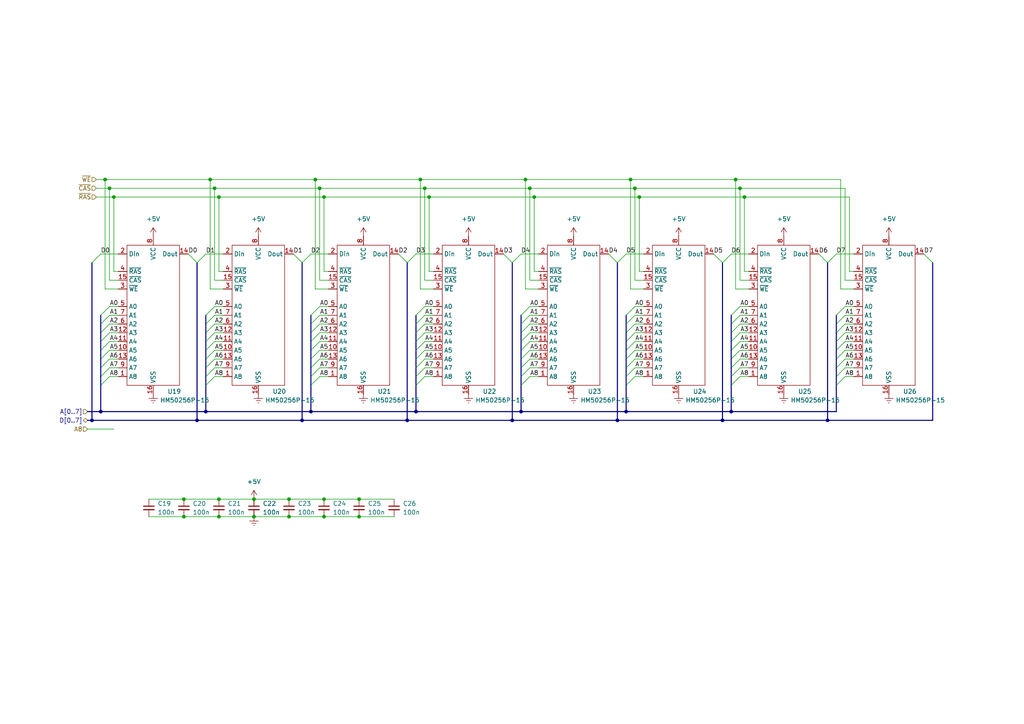
<source format=kicad_sch>
(kicad_sch (version 20250114) (generator "eeschema") (generator_version "9.0")
  (paper "A4")
  (lib_symbols
    (symbol "Device:C_Small" (pin_numbers (hide yes)) (pin_names (offset 0.254) (hide yes))
      (property "Reference" "C" (at 0.254 1.778 0))
      (property "Value" "C_Small" (at 0.254 -2.032 0))
      (symbol "C_Small_0_1"
        (polyline (pts (xy -1.524 0.508) (xy 1.524 0.508)) (stroke (width 0.3048)))
        (polyline (pts (xy -1.524 -0.508) (xy 1.524 -0.508)) (stroke (width 0.3302)))
      )
      (symbol "C_Small_1_1"
        (pin passive line (at 0 2.54 270) (length 2.032) (name "~") (number "1"))
        (pin passive line (at 0 -2.54 90) (length 2.032) (name "~") (number "2"))
      )
    )
    (symbol "Hitachi_Memory:HM50256P"
      (property "Reference" "U" (at 3.556 -22.098 0))
      (property "Value" "HM50256P" (at 0 0 90))
      (symbol "HM50256P_0_1"
        (rectangle (start -7.62 20.32) (end 7.62 -20.32))
      )
      (symbol "HM50256P_1_1"
        (pin input line (at -10.16 17.78 0) (length 2.54) (name "Din") (number "2"))
        (pin input line (at -10.16 12.7 0) (length 2.54) (name "~{RAS}") (number "4"))
        (pin input line (at -10.16 10.16 0) (length 2.54) (name "~{CAS}") (number "15"))
        (pin input line (at -10.16 7.62 0) (length 2.54) (name "~{WE}") (number "3"))
        (pin input line (at -10.16 2.54 0) (length 2.54) (name "A0") (number "5"))
        (pin input line (at -10.16 0 0) (length 2.54) (name "A1") (number "7"))
        (pin input line (at -10.16 -2.54 0) (length 2.54) (name "A2") (number "6"))
        (pin input line (at -10.16 -5.08 0) (length 2.54) (name "A3") (number "12"))
        (pin input line (at -10.16 -7.62 0) (length 2.54) (name "A4") (number "11"))
        (pin input line (at -10.16 -10.16 0) (length 2.54) (name "A5") (number "10"))
        (pin input line (at -10.16 -12.7 0) (length 2.54) (name "A6") (number "13"))
        (pin input line (at -10.16 -15.24 0) (length 2.54) (name "A7") (number "9"))
        (pin input line (at -10.16 -17.78 0) (length 2.54) (name "A8") (number "1"))
        (pin power_in line (at 0 22.86 270) (length 2.54) (name "VCC") (number "8"))
        (pin power_in line (at 0 -22.86 90) (length 2.54) (name "VSS") (number "16"))
        (pin output line (at 10.16 17.78 180) (length 2.54) (name "Dout") (number "14"))
      )
    )
    (symbol "power:+5V" (power) (pin_numbers (hide yes)) (pin_names (offset 0) (hide yes))
      (property "Value" "+5V" (at 0 3.556 0))
      (symbol "+5V_0_1"
        (polyline (pts (xy -0.762 1.27) (xy 0 2.54)))
        (polyline (pts (xy 0 2.54) (xy 0.762 1.27)))
        (polyline (pts (xy 0 0) (xy 0 2.54)))
      )
      (symbol "+5V_1_1"
        (pin power_in line (at 0 0 90) (length 0) (name "~") (number "1"))
      )
    )
    (symbol "power:GNDREF" (power) (pin_numbers (hide yes)) (pin_names (offset 0) (hide yes))
      (property "Value" "GNDREF" (at 0 -3.81 0))
      (symbol "GNDREF_0_1"
        (polyline (pts (xy -0.635 -1.905) (xy 0.635 -1.905)))
        (polyline (pts (xy -0.127 -2.54) (xy 0.127 -2.54)))
        (polyline (pts (xy 0 -1.27) (xy 0 0)))
        (polyline (pts (xy 1.27 -1.27) (xy -1.27 -1.27)))
      )
      (symbol "GNDREF_1_1"
        (pin power_in line (at 0 0 270) (length 0) (name "~") (number "1"))
      )
    )
  )
  (junction (at 124.46 57.15))
  (junction (at 214.63 54.61))
  (junction (at 215.9 57.15))
  (junction (at 151.13 119.38))
  (junction (at 60.96 52.07))
  (junction (at 33.02 57.15))
  (junction (at 185.42 57.15))
  (junction (at 83.82 144.78))
  (junction (at 91.44 52.07))
  (junction (at 118.11 121.92))
  (junction (at 179.07 121.92))
  (junction (at 213.36 52.07))
  (junction (at 53.34 149.86))
  (junction (at 104.14 149.86))
  (junction (at 90.17 119.38))
  (junction (at 209.55 121.92))
  (junction (at 73.66 149.86))
  (junction (at 152.4 52.07))
  (junction (at 182.88 52.07))
  (junction (at 93.98 144.78))
  (junction (at 154.94 57.15))
  (junction (at 26.67 121.92))
  (junction (at 184.15 54.61))
  (junction (at 30.48 52.07))
  (junction (at 29.21 119.38))
  (junction (at 83.82 149.86))
  (junction (at 73.66 144.78))
  (junction (at 63.5 149.86))
  (junction (at 153.67 54.61))
  (junction (at 53.34 144.78))
  (junction (at 104.14 144.78))
  (junction (at 148.59 121.92))
  (junction (at 59.69 119.38))
  (junction (at 240.03 121.92))
  (junction (at 63.5 57.15))
  (junction (at 62.23 54.61))
  (junction (at 93.98 149.86))
  (junction (at 92.71 54.61))
  (junction (at 31.75 54.61))
  (junction (at 120.65 119.38))
  (junction (at 93.98 57.15))
  (junction (at 87.63 121.92))
  (junction (at 121.92 52.07))
  (junction (at 57.15 121.92))
  (junction (at 123.19 54.61))
  (junction (at 212.09 119.38))
  (junction (at 63.5 144.78))
  (junction (at 181.61 119.38))
  (bus_entry (at 153.67 106.68) (size -2.54 2.54))
  (bus_entry (at 151.13 73.66) (size -2.54 2.54))
  (bus_entry (at 184.15 91.44) (size -2.54 2.54))
  (bus_entry (at 62.23 109.22) (size -2.54 2.54))
  (bus_entry (at 31.75 109.22) (size -2.54 2.54))
  (bus_entry (at 214.63 93.98) (size -2.54 2.54))
  (bus_entry (at 184.15 101.6) (size -2.54 2.54))
  (bus_entry (at 242.57 73.66) (size -2.54 2.54))
  (bus_entry (at 153.67 101.6) (size -2.54 2.54))
  (bus_entry (at 62.23 106.68) (size -2.54 2.54))
  (bus_entry (at 62.23 101.6) (size -2.54 2.54))
  (bus_entry (at 62.23 91.44) (size -2.54 2.54))
  (bus_entry (at 115.57 73.66) (size 2.54 2.54))
  (bus_entry (at 245.11 96.52) (size -2.54 2.54))
  (bus_entry (at 153.67 104.14) (size -2.54 2.54))
  (bus_entry (at 153.67 99.06) (size -2.54 2.54))
  (bus_entry (at 245.11 88.9) (size -2.54 2.54))
  (bus_entry (at 29.21 73.66) (size -2.54 2.54))
  (bus_entry (at 31.75 99.06) (size -2.54 2.54))
  (bus_entry (at 245.11 106.68) (size -2.54 2.54))
  (bus_entry (at 146.05 73.66) (size 2.54 2.54))
  (bus_entry (at 31.75 88.9) (size -2.54 2.54))
  (bus_entry (at 153.67 96.52) (size -2.54 2.54))
  (bus_entry (at 214.63 106.68) (size -2.54 2.54))
  (bus_entry (at 123.19 99.06) (size -2.54 2.54))
  (bus_entry (at 245.11 93.98) (size -2.54 2.54))
  (bus_entry (at 62.23 88.9) (size -2.54 2.54))
  (bus_entry (at 214.63 104.14) (size -2.54 2.54))
  (bus_entry (at 245.11 109.22) (size -2.54 2.54))
  (bus_entry (at 214.63 96.52) (size -2.54 2.54))
  (bus_entry (at 184.15 99.06) (size -2.54 2.54))
  (bus_entry (at 153.67 109.22) (size -2.54 2.54))
  (bus_entry (at 31.75 104.14) (size -2.54 2.54))
  (bus_entry (at 92.71 106.68) (size -2.54 2.54))
  (bus_entry (at 123.19 93.98) (size -2.54 2.54))
  (bus_entry (at 62.23 99.06) (size -2.54 2.54))
  (bus_entry (at 214.63 88.9) (size -2.54 2.54))
  (bus_entry (at 214.63 99.06) (size -2.54 2.54))
  (bus_entry (at 62.23 93.98) (size -2.54 2.54))
  (bus_entry (at 245.11 91.44) (size -2.54 2.54))
  (bus_entry (at 62.23 96.52) (size -2.54 2.54))
  (bus_entry (at 153.67 93.98) (size -2.54 2.54))
  (bus_entry (at 123.19 106.68) (size -2.54 2.54))
  (bus_entry (at 123.19 109.22) (size -2.54 2.54))
  (bus_entry (at 90.17 73.66) (size -2.54 2.54))
  (bus_entry (at 123.19 104.14) (size -2.54 2.54))
  (bus_entry (at 184.15 104.14) (size -2.54 2.54))
  (bus_entry (at 31.75 106.68) (size -2.54 2.54))
  (bus_entry (at 184.15 88.9) (size -2.54 2.54))
  (bus_entry (at 92.71 93.98) (size -2.54 2.54))
  (bus_entry (at 92.71 99.06) (size -2.54 2.54))
  (bus_entry (at 59.69 73.66) (size -2.54 2.54))
  (bus_entry (at 123.19 96.52) (size -2.54 2.54))
  (bus_entry (at 92.71 96.52) (size -2.54 2.54))
  (bus_entry (at 31.75 93.98) (size -2.54 2.54))
  (bus_entry (at 181.61 73.66) (size -2.54 2.54))
  (bus_entry (at 92.71 91.44) (size -2.54 2.54))
  (bus_entry (at 123.19 88.9) (size -2.54 2.54))
  (bus_entry (at 92.71 101.6) (size -2.54 2.54))
  (bus_entry (at 92.71 109.22) (size -2.54 2.54))
  (bus_entry (at 267.97 73.66) (size 2.54 2.54))
  (bus_entry (at 184.15 96.52) (size -2.54 2.54))
  (bus_entry (at 153.67 88.9) (size -2.54 2.54))
  (bus_entry (at 237.49 73.66) (size 2.54 2.54))
  (bus_entry (at 184.15 109.22) (size -2.54 2.54))
  (bus_entry (at 92.71 88.9) (size -2.54 2.54))
  (bus_entry (at 245.11 101.6) (size -2.54 2.54))
  (bus_entry (at 214.63 91.44) (size -2.54 2.54))
  (bus_entry (at 123.19 91.44) (size -2.54 2.54))
  (bus_entry (at 153.67 91.44) (size -2.54 2.54))
  (bus_entry (at 245.11 104.14) (size -2.54 2.54))
  (bus_entry (at 123.19 101.6) (size -2.54 2.54))
  (bus_entry (at 176.53 73.66) (size 2.54 2.54))
  (bus_entry (at 207.01 73.66) (size 2.54 2.54))
  (bus_entry (at 214.63 109.22) (size -2.54 2.54))
  (bus_entry (at 184.15 106.68) (size -2.54 2.54))
  (bus_entry (at 85.09 73.66) (size 2.54 2.54))
  (bus_entry (at 245.11 99.06) (size -2.54 2.54))
  (bus_entry (at 92.71 104.14) (size -2.54 2.54))
  (bus_entry (at 62.23 104.14) (size -2.54 2.54))
  (bus_entry (at 31.75 101.6) (size -2.54 2.54))
  (bus_entry (at 31.75 96.52) (size -2.54 2.54))
  (bus_entry (at 212.09 73.66) (size -2.54 2.54))
  (bus_entry (at 31.75 91.44) (size -2.54 2.54))
  (bus_entry (at 120.65 73.66) (size -2.54 2.54))
  (bus_entry (at 214.63 101.6) (size -2.54 2.54))
  (bus_entry (at 54.61 73.66) (size 2.54 2.54))
  (bus_entry (at 184.15 93.98) (size -2.54 2.54))
  (wire (pts (xy 124.46 57.15) (xy 154.94 57.15)))
  (wire (pts (xy 152.4 52.07) (xy 152.4 83.82)))
  (bus (pts (xy 181.61 111.76) (xy 181.61 119.38)))
  (wire (pts (xy 33.02 57.15) (xy 33.02 78.74)))
  (wire (pts (xy 184.15 93.98) (xy 186.69 93.98)))
  (bus (pts (xy 181.61 106.68) (xy 181.61 109.22)))
  (wire (pts (xy 243.84 52.07) (xy 243.84 83.82)))
  (wire (pts (xy 31.75 96.52) (xy 34.29 96.52)))
  (wire (pts (xy 125.73 78.74) (xy 124.46 78.74)))
  (wire (pts (xy 95.25 83.82) (xy 91.44 83.82)))
  (bus (pts (xy 242.57 101.6) (xy 242.57 104.14)))
  (wire (pts (xy 185.42 57.15) (xy 215.9 57.15)))
  (bus (pts (xy 25.4 121.92) (xy 26.67 121.92)))
  (wire (pts (xy 154.94 57.15) (xy 185.42 57.15)))
  (wire (pts (xy 123.19 101.6) (xy 125.73 101.6)))
  (wire (pts (xy 184.15 99.06) (xy 186.69 99.06)))
  (bus (pts (xy 90.17 91.44) (xy 90.17 93.98)))
  (bus (pts (xy 120.65 99.06) (xy 120.65 101.6)))
  (wire (pts (xy 214.63 54.61) (xy 214.63 81.28)))
  (wire (pts (xy 34.29 78.74) (xy 33.02 78.74)))
  (wire (pts (xy 62.23 54.61) (xy 92.71 54.61)))
  (bus (pts (xy 57.15 76.2) (xy 57.15 121.92)))
  (wire (pts (xy 246.38 57.15) (xy 246.38 78.74)))
  (bus (pts (xy 209.55 121.92) (xy 240.03 121.92)))
  (wire (pts (xy 242.57 73.66) (xy 247.65 73.66)))
  (wire (pts (xy 62.23 88.9) (xy 64.77 88.9)))
  (wire (pts (xy 214.63 109.22) (xy 217.17 109.22)))
  (wire (pts (xy 92.71 91.44) (xy 95.25 91.44)))
  (bus (pts (xy 26.67 121.92) (xy 57.15 121.92)))
  (wire (pts (xy 153.67 106.68) (xy 156.21 106.68)))
  (bus (pts (xy 181.61 109.22) (xy 181.61 111.76)))
  (wire (pts (xy 63.5 144.78) (xy 73.66 144.78)))
  (wire (pts (xy 186.69 81.28) (xy 184.15 81.28)))
  (wire (pts (xy 33.02 57.15) (xy 63.5 57.15)))
  (bus (pts (xy 90.17 111.76) (xy 90.17 119.38)))
  (wire (pts (xy 245.11 88.9) (xy 247.65 88.9)))
  (wire (pts (xy 156.21 81.28) (xy 153.67 81.28)))
  (bus (pts (xy 148.59 76.2) (xy 148.59 121.92)))
  (wire (pts (xy 63.5 57.15) (xy 93.98 57.15)))
  (wire (pts (xy 123.19 99.06) (xy 125.73 99.06)))
  (bus (pts (xy 59.69 99.06) (xy 59.69 101.6)))
  (wire (pts (xy 92.71 96.52) (xy 95.25 96.52)))
  (wire (pts (xy 121.92 52.07) (xy 152.4 52.07)))
  (wire (pts (xy 213.36 52.07) (xy 213.36 83.82)))
  (bus (pts (xy 120.65 119.38) (xy 151.13 119.38)))
  (wire (pts (xy 215.9 57.15) (xy 246.38 57.15)))
  (bus (pts (xy 59.69 91.44) (xy 59.69 93.98)))
  (wire (pts (xy 73.66 144.78) (xy 83.82 144.78)))
  (bus (pts (xy 181.61 104.14) (xy 181.61 106.68)))
  (bus (pts (xy 151.13 93.98) (xy 151.13 96.52)))
  (wire (pts (xy 31.75 91.44) (xy 34.29 91.44)))
  (bus (pts (xy 90.17 99.06) (xy 90.17 101.6)))
  (bus (pts (xy 29.21 109.22) (xy 29.21 111.76)))
  (wire (pts (xy 217.17 81.28) (xy 214.63 81.28)))
  (bus (pts (xy 151.13 109.22) (xy 151.13 111.76)))
  (wire (pts (xy 31.75 101.6) (xy 34.29 101.6)))
  (wire (pts (xy 90.17 73.66) (xy 95.25 73.66)))
  (wire (pts (xy 245.11 91.44) (xy 247.65 91.44)))
  (bus (pts (xy 151.13 111.76) (xy 151.13 119.38)))
  (bus (pts (xy 29.21 101.6) (xy 29.21 104.14)))
  (bus (pts (xy 120.65 101.6) (xy 120.65 104.14)))
  (wire (pts (xy 245.11 101.6) (xy 247.65 101.6)))
  (wire (pts (xy 245.11 99.06) (xy 247.65 99.06)))
  (wire (pts (xy 92.71 109.22) (xy 95.25 109.22)))
  (wire (pts (xy 62.23 96.52) (xy 64.77 96.52)))
  (wire (pts (xy 92.71 54.61) (xy 123.19 54.61)))
  (wire (pts (xy 212.09 73.66) (xy 217.17 73.66)))
  (wire (pts (xy 95.25 81.28) (xy 92.71 81.28)))
  (wire (pts (xy 153.67 93.98) (xy 156.21 93.98)))
  (bus (pts (xy 181.61 101.6) (xy 181.61 104.14)))
  (wire (pts (xy 186.69 78.74) (xy 185.42 78.74)))
  (bus (pts (xy 25.4 119.38) (xy 29.21 119.38)))
  (wire (pts (xy 184.15 91.44) (xy 186.69 91.44)))
  (bus (pts (xy 59.69 101.6) (xy 59.69 104.14)))
  (wire (pts (xy 123.19 91.44) (xy 125.73 91.44)))
  (wire (pts (xy 104.14 144.78) (xy 114.3 144.78)))
  (wire (pts (xy 53.34 149.86) (xy 63.5 149.86)))
  (wire (pts (xy 214.63 106.68) (xy 217.17 106.68)))
  (wire (pts (xy 123.19 54.61) (xy 153.67 54.61)))
  (wire (pts (xy 214.63 99.06) (xy 217.17 99.06)))
  (bus (pts (xy 90.17 96.52) (xy 90.17 99.06)))
  (bus (pts (xy 120.65 93.98) (xy 120.65 96.52)))
  (bus (pts (xy 181.61 93.98) (xy 181.61 96.52)))
  (bus (pts (xy 87.63 121.92) (xy 118.11 121.92)))
  (wire (pts (xy 93.98 57.15) (xy 124.46 57.15)))
  (wire (pts (xy 153.67 104.14) (xy 156.21 104.14)))
  (wire (pts (xy 34.29 83.82) (xy 30.48 83.82)))
  (wire (pts (xy 123.19 96.52) (xy 125.73 96.52)))
  (wire (pts (xy 247.65 78.74) (xy 246.38 78.74)))
  (bus (pts (xy 151.13 119.38) (xy 181.61 119.38)))
  (wire (pts (xy 123.19 106.68) (xy 125.73 106.68)))
  (wire (pts (xy 31.75 109.22) (xy 34.29 109.22)))
  (wire (pts (xy 153.67 88.9) (xy 156.21 88.9)))
  (bus (pts (xy 29.21 91.44) (xy 29.21 93.98)))
  (bus (pts (xy 148.59 121.92) (xy 179.07 121.92)))
  (bus (pts (xy 242.57 106.68) (xy 242.57 109.22)))
  (bus (pts (xy 151.13 101.6) (xy 151.13 104.14)))
  (wire (pts (xy 123.19 54.61) (xy 123.19 81.28)))
  (bus (pts (xy 151.13 91.44) (xy 151.13 93.98)))
  (wire (pts (xy 64.77 78.74) (xy 63.5 78.74)))
  (wire (pts (xy 154.94 57.15) (xy 154.94 78.74)))
  (bus (pts (xy 90.17 101.6) (xy 90.17 104.14)))
  (wire (pts (xy 184.15 109.22) (xy 186.69 109.22)))
  (bus (pts (xy 59.69 109.22) (xy 59.69 111.76)))
  (bus (pts (xy 59.69 96.52) (xy 59.69 99.06)))
  (bus (pts (xy 242.57 96.52) (xy 242.57 99.06)))
  (wire (pts (xy 83.82 144.78) (xy 93.98 144.78)))
  (wire (pts (xy 120.65 73.66) (xy 125.73 73.66)))
  (wire (pts (xy 34.29 81.28) (xy 31.75 81.28)))
  (bus (pts (xy 120.65 109.22) (xy 120.65 111.76)))
  (wire (pts (xy 83.82 149.86) (xy 93.98 149.86)))
  (bus (pts (xy 151.13 96.52) (xy 151.13 99.06)))
  (wire (pts (xy 156.21 83.82) (xy 152.4 83.82)))
  (wire (pts (xy 217.17 83.82) (xy 213.36 83.82)))
  (wire (pts (xy 214.63 88.9) (xy 217.17 88.9)))
  (bus (pts (xy 242.57 99.06) (xy 242.57 101.6)))
  (wire (pts (xy 31.75 88.9) (xy 34.29 88.9)))
  (wire (pts (xy 27.94 54.61) (xy 31.75 54.61)))
  (wire (pts (xy 214.63 54.61) (xy 245.11 54.61)))
  (wire (pts (xy 214.63 91.44) (xy 217.17 91.44)))
  (bus (pts (xy 151.13 99.06) (xy 151.13 101.6)))
  (wire (pts (xy 184.15 88.9) (xy 186.69 88.9)))
  (bus (pts (xy 59.69 111.76) (xy 59.69 119.38)))
  (wire (pts (xy 214.63 93.98) (xy 217.17 93.98)))
  (wire (pts (xy 153.67 54.61) (xy 184.15 54.61)))
  (wire (pts (xy 214.63 104.14) (xy 217.17 104.14)))
  (bus (pts (xy 57.15 121.92) (xy 87.63 121.92)))
  (bus (pts (xy 270.51 76.2) (xy 270.51 121.92)))
  (wire (pts (xy 123.19 109.22) (xy 125.73 109.22)))
  (wire (pts (xy 93.98 144.78) (xy 104.14 144.78)))
  (wire (pts (xy 91.44 52.07) (xy 121.92 52.07)))
  (bus (pts (xy 181.61 96.52) (xy 181.61 99.06)))
  (bus (pts (xy 209.55 76.2) (xy 209.55 121.92)))
  (bus (pts (xy 29.21 104.14) (xy 29.21 106.68)))
  (wire (pts (xy 31.75 99.06) (xy 34.29 99.06)))
  (wire (pts (xy 62.23 106.68) (xy 64.77 106.68)))
  (wire (pts (xy 124.46 57.15) (xy 124.46 78.74)))
  (wire (pts (xy 92.71 93.98) (xy 95.25 93.98)))
  (wire (pts (xy 31.75 54.61) (xy 31.75 81.28)))
  (wire (pts (xy 121.92 52.07) (xy 121.92 83.82)))
  (wire (pts (xy 153.67 99.06) (xy 156.21 99.06)))
  (wire (pts (xy 184.15 54.61) (xy 214.63 54.61)))
  (wire (pts (xy 92.71 88.9) (xy 95.25 88.9)))
  (wire (pts (xy 181.61 73.66) (xy 186.69 73.66)))
  (bus (pts (xy 242.57 109.22) (xy 242.57 111.76)))
  (bus (pts (xy 240.03 121.92) (xy 270.51 121.92)))
  (wire (pts (xy 247.65 83.82) (xy 243.84 83.82)))
  (wire (pts (xy 31.75 93.98) (xy 34.29 93.98)))
  (bus (pts (xy 59.69 93.98) (xy 59.69 96.52)))
  (wire (pts (xy 245.11 106.68) (xy 247.65 106.68)))
  (wire (pts (xy 247.65 81.28) (xy 245.11 81.28)))
  (bus (pts (xy 179.07 121.92) (xy 209.55 121.92)))
  (bus (pts (xy 29.21 111.76) (xy 29.21 119.38)))
  (bus (pts (xy 29.21 119.38) (xy 59.69 119.38)))
  (wire (pts (xy 92.71 104.14) (xy 95.25 104.14)))
  (bus (pts (xy 90.17 109.22) (xy 90.17 111.76)))
  (wire (pts (xy 62.23 104.14) (xy 64.77 104.14)))
  (bus (pts (xy 242.57 104.14) (xy 242.57 106.68)))
  (bus (pts (xy 29.21 106.68) (xy 29.21 109.22)))
  (wire (pts (xy 213.36 52.07) (xy 243.84 52.07)))
  (wire (pts (xy 152.4 52.07) (xy 182.88 52.07)))
  (wire (pts (xy 92.71 99.06) (xy 95.25 99.06)))
  (wire (pts (xy 62.23 109.22) (xy 64.77 109.22)))
  (wire (pts (xy 245.11 109.22) (xy 247.65 109.22)))
  (wire (pts (xy 184.15 101.6) (xy 186.69 101.6)))
  (wire (pts (xy 125.73 83.82) (xy 121.92 83.82)))
  (wire (pts (xy 27.94 52.07) (xy 30.48 52.07)))
  (wire (pts (xy 92.71 106.68) (xy 95.25 106.68)))
  (wire (pts (xy 31.75 104.14) (xy 34.29 104.14)))
  (wire (pts (xy 62.23 99.06) (xy 64.77 99.06)))
  (bus (pts (xy 212.09 104.14) (xy 212.09 106.68)))
  (wire (pts (xy 151.13 73.66) (xy 156.21 73.66)))
  (wire (pts (xy 43.18 149.86) (xy 53.34 149.86)))
  (bus (pts (xy 181.61 99.06) (xy 181.61 101.6)))
  (wire (pts (xy 184.15 96.52) (xy 186.69 96.52)))
  (bus (pts (xy 120.65 96.52) (xy 120.65 99.06)))
  (wire (pts (xy 182.88 52.07) (xy 182.88 83.82)))
  (bus (pts (xy 242.57 111.76) (xy 242.57 119.38)))
  (bus (pts (xy 181.61 91.44) (xy 181.61 93.98)))
  (bus (pts (xy 212.09 106.68) (xy 212.09 109.22)))
  (bus (pts (xy 212.09 119.38) (xy 242.57 119.38)))
  (wire (pts (xy 125.73 81.28) (xy 123.19 81.28)))
  (bus (pts (xy 90.17 93.98) (xy 90.17 96.52)))
  (bus (pts (xy 118.11 76.2) (xy 118.11 121.92)))
  (wire (pts (xy 123.19 93.98) (xy 125.73 93.98)))
  (bus (pts (xy 151.13 106.68) (xy 151.13 109.22)))
  (bus (pts (xy 26.67 76.2) (xy 26.67 121.92)))
  (bus (pts (xy 212.09 99.06) (xy 212.09 101.6)))
  (bus (pts (xy 212.09 109.22) (xy 212.09 111.76)))
  (wire (pts (xy 62.23 91.44) (xy 64.77 91.44)))
  (bus (pts (xy 179.07 76.2) (xy 179.07 121.92)))
  (wire (pts (xy 153.67 54.61) (xy 153.67 81.28)))
  (bus (pts (xy 242.57 91.44) (xy 242.57 93.98)))
  (bus (pts (xy 212.09 91.44) (xy 212.09 93.98)))
  (bus (pts (xy 212.09 111.76) (xy 212.09 119.38)))
  (wire (pts (xy 156.21 78.74) (xy 154.94 78.74)))
  (wire (pts (xy 29.21 73.66) (xy 34.29 73.66)))
  (bus (pts (xy 151.13 104.14) (xy 151.13 106.68)))
  (wire (pts (xy 30.48 52.07) (xy 60.96 52.07)))
  (bus (pts (xy 212.09 96.52) (xy 212.09 99.06)))
  (wire (pts (xy 185.42 57.15) (xy 185.42 78.74)))
  (wire (pts (xy 62.23 101.6) (xy 64.77 101.6)))
  (wire (pts (xy 186.69 83.82) (xy 182.88 83.82)))
  (bus (pts (xy 59.69 119.38) (xy 90.17 119.38)))
  (wire (pts (xy 60.96 52.07) (xy 60.96 83.82)))
  (bus (pts (xy 90.17 119.38) (xy 120.65 119.38)))
  (wire (pts (xy 93.98 149.86) (xy 104.14 149.86)))
  (wire (pts (xy 123.19 104.14) (xy 125.73 104.14)))
  (wire (pts (xy 184.15 104.14) (xy 186.69 104.14)))
  (wire (pts (xy 153.67 96.52) (xy 156.21 96.52)))
  (bus (pts (xy 242.57 93.98) (xy 242.57 96.52)))
  (wire (pts (xy 153.67 101.6) (xy 156.21 101.6)))
  (wire (pts (xy 245.11 96.52) (xy 247.65 96.52)))
  (wire (pts (xy 31.75 106.68) (xy 34.29 106.68)))
  (wire (pts (xy 60.96 52.07) (xy 91.44 52.07)))
  (bus (pts (xy 90.17 106.68) (xy 90.17 109.22)))
  (bus (pts (xy 120.65 106.68) (xy 120.65 109.22)))
  (bus (pts (xy 29.21 93.98) (xy 29.21 96.52)))
  (wire (pts (xy 91.44 52.07) (xy 91.44 83.82)))
  (bus (pts (xy 90.17 104.14) (xy 90.17 106.68)))
  (wire (pts (xy 95.25 78.74) (xy 93.98 78.74)))
  (wire (pts (xy 182.88 52.07) (xy 213.36 52.07)))
  (bus (pts (xy 212.09 93.98) (xy 212.09 96.52)))
  (bus (pts (xy 120.65 104.14) (xy 120.65 106.68)))
  (wire (pts (xy 184.15 106.68) (xy 186.69 106.68)))
  (wire (pts (xy 63.5 57.15) (xy 63.5 78.74)))
  (wire (pts (xy 62.23 93.98) (xy 64.77 93.98)))
  (wire (pts (xy 214.63 96.52) (xy 217.17 96.52)))
  (bus (pts (xy 120.65 111.76) (xy 120.65 119.38)))
  (wire (pts (xy 215.9 57.15) (xy 215.9 78.74)))
  (bus (pts (xy 29.21 99.06) (xy 29.21 101.6)))
  (wire (pts (xy 64.77 83.82) (xy 60.96 83.82)))
  (wire (pts (xy 245.11 54.61) (xy 245.11 81.28)))
  (wire (pts (xy 43.18 144.78) (xy 53.34 144.78)))
  (wire (pts (xy 245.11 104.14) (xy 247.65 104.14)))
  (wire (pts (xy 93.98 57.15) (xy 93.98 78.74)))
  (wire (pts (xy 64.77 81.28) (xy 62.23 81.28)))
  (wire (pts (xy 92.71 54.61) (xy 92.71 81.28)))
  (bus (pts (xy 59.69 104.14) (xy 59.69 106.68)))
  (wire (pts (xy 30.48 52.07) (xy 30.48 83.82)))
  (wire (pts (xy 25.4 124.46) (xy 33.02 124.46)))
  (bus (pts (xy 240.03 76.2) (xy 240.03 121.92)))
  (bus (pts (xy 87.63 76.2) (xy 87.63 121.92)))
  (bus (pts (xy 181.61 119.38) (xy 212.09 119.38)))
  (wire (pts (xy 245.11 93.98) (xy 247.65 93.98)))
  (bus (pts (xy 29.21 96.52) (xy 29.21 99.06)))
  (wire (pts (xy 153.67 91.44) (xy 156.21 91.44)))
  (wire (pts (xy 62.23 54.61) (xy 62.23 81.28)))
  (wire (pts (xy 53.34 144.78) (xy 63.5 144.78)))
  (wire (pts (xy 59.69 73.66) (xy 64.77 73.66)))
  (wire (pts (xy 31.75 54.61) (xy 62.23 54.61)))
  (wire (pts (xy 73.66 149.86) (xy 83.82 149.86)))
  (wire (pts (xy 63.5 149.86) (xy 73.66 149.86)))
  (bus (pts (xy 59.69 106.68) (xy 59.69 109.22)))
  (wire (pts (xy 153.67 109.22) (xy 156.21 109.22)))
  (wire (pts (xy 27.94 57.15) (xy 33.02 57.15)))
  (wire (pts (xy 123.19 88.9) (xy 125.73 88.9)))
  (wire (pts (xy 104.14 149.86) (xy 114.3 149.86)))
  (wire (pts (xy 92.71 101.6) (xy 95.25 101.6)))
  (wire (pts (xy 214.63 101.6) (xy 217.17 101.6)))
  (wire (pts (xy 184.15 54.61) (xy 184.15 81.28)))
  (bus (pts (xy 212.09 101.6) (xy 212.09 104.14)))
  (bus (pts (xy 120.65 91.44) (xy 120.65 93.98)))
  (bus (pts (xy 118.11 121.92) (xy 148.59 121.92)))
  (wire (pts (xy 217.17 78.74) (xy 215.9 78.74)))
  (label "A0" (at 247.65 88.9 180))
  (label "A6" (at 34.29 104.14 180))
  (label "A3" (at 217.17 96.52 180))
  (label "A4" (at 186.69 99.06 180))
  (label "A7" (at 186.69 106.68 180))
  (label "D4" (at 176.53 73.66 0))
  (label "A4" (at 247.65 99.06 180))
  (label "A8" (at 217.17 109.22 180))
  (label "A5" (at 247.65 101.6 180))
  (label "A0" (at 95.25 88.9 180))
  (label "A3" (at 156.21 96.52 180))
  (label "A6" (at 95.25 104.14 180))
  (label "A7" (at 64.77 106.68 180))
  (label "A8" (at 125.73 109.22 180))
  (label "D7" (at 267.97 73.66 0))
  (label "A5" (at 217.17 101.6 180))
  (label "D0" (at 54.61 73.66 0))
  (label "A2" (at 125.73 93.98 180))
  (label "D3" (at 120.65 73.66 0))
  (label "A1" (at 156.21 91.44 180))
  (label "A8" (at 64.77 109.22 180))
  (label "A6" (at 125.73 104.14 180))
  (label "A6" (at 64.77 104.14 180))
  (label "A2" (at 156.21 93.98 180))
  (label "A6" (at 186.69 104.14 180))
  (label "A8" (at 34.29 109.22 180))
  (label "A2" (at 247.65 93.98 180))
  (label "A5" (at 34.29 101.6 180))
  (label "A5" (at 156.21 101.6 180))
  (label "D6" (at 237.49 73.66 0))
  (label "D3" (at 146.05 73.66 0))
  (label "A5" (at 186.69 101.6 180))
  (label "A0" (at 186.69 88.9 180))
  (label "A5" (at 95.25 101.6 180))
  (label "A1" (at 217.17 91.44 180))
  (label "A2" (at 34.29 93.98 180))
  (label "A6" (at 156.21 104.14 180))
  (label "A0" (at 64.77 88.9 180))
  (label "A5" (at 64.77 101.6 180))
  (label "A5" (at 125.73 101.6 180))
  (label "D6" (at 212.09 73.66 0))
  (label "A4" (at 34.29 99.06 180))
  (label "A8" (at 95.25 109.22 180))
  (label "A7" (at 156.21 106.68 180))
  (label "A3" (at 247.65 96.52 180))
  (label "D0" (at 29.21 73.66 0))
  (label "A4" (at 64.77 99.06 180))
  (label "A3" (at 186.69 96.52 180))
  (label "A1" (at 186.69 91.44 180))
  (label "D4" (at 151.13 73.66 0))
  (label "D2" (at 90.17 73.66 0))
  (label "A3" (at 34.29 96.52 180))
  (label "A1" (at 64.77 91.44 180))
  (label "A7" (at 95.25 106.68 180))
  (label "A6" (at 247.65 104.14 180))
  (label "A7" (at 125.73 106.68 180))
  (label "A8" (at 156.21 109.22 180))
  (label "A7" (at 217.17 106.68 180))
  (label "A4" (at 95.25 99.06 180))
  (label "A1" (at 95.25 91.44 180))
  (label "A0" (at 34.29 88.9 180))
  (label "A2" (at 186.69 93.98 180))
  (label "A8" (at 186.69 109.22 180))
  (label "A2" (at 95.25 93.98 180))
  (label "A4" (at 217.17 99.06 180))
  (label "A3" (at 95.25 96.52 180))
  (label "A1" (at 34.29 91.44 180))
  (label "A4" (at 156.21 99.06 180))
  (label "A0" (at 217.17 88.9 180))
  (label "A2" (at 64.77 93.98 180))
  (label "A0" (at 125.73 88.9 180))
  (label "D1" (at 85.09 73.66 0))
  (label "A0" (at 156.21 88.9 180))
  (label "A2" (at 217.17 93.98 180))
  (label "A1" (at 247.65 91.44 180))
  (label "A6" (at 217.17 104.14 180))
  (label "A4" (at 125.73 99.06 180))
  (label "D1" (at 59.69 73.66 0))
  (label "A3" (at 64.77 96.52 180))
  (label "A8" (at 247.65 109.22 180))
  (label "A1" (at 125.73 91.44 180))
  (label "D7" (at 242.57 73.66 0))
  (label "D5" (at 181.61 73.66 0))
  (label "A7" (at 34.29 106.68 180))
  (label "A7" (at 247.65 106.68 180))
  (label "D2" (at 115.57 73.66 0))
  (label "D5" (at 207.01 73.66 0))
  (label "A3" (at 125.73 96.52 180))
  (hierarchical_label "D[0..7]" (shape bidirectional) (at 25.4 121.92 180))
  (hierarchical_label "A[0..7]" (shape input) (at 25.4 119.38 180))
  (hierarchical_label "A8" (shape input) (at 25.4 124.46 180))
  (hierarchical_label "~{RAS}" (shape input) (at 27.94 57.15 180))
  (hierarchical_label "~{CAS}" (shape input) (at 27.94 54.61 180))
  (hierarchical_label "~{WE}" (shape input) (at 27.94 52.07 180))
  (symbol (lib_id "Hitachi_Memory:HM50256P") (at 166.37 91.44 0) (unit 1)
    (property "Reference" "U15" (at 172.466 113.538 0))
    (property "Value" "HM50256P-15" (at 175.514 116.078 0))
    (property "Footprint" "Package_DIP:DIP-16_W7.62mm_Socket" (effects (hide yes)))
    (instances (project "NinthWave512K" (path "" (reference "U23") (unit 1)) (path "" (reference "U15") (unit 1))))
  )
  (symbol (lib_id "power:+5V") (at 74.93 68.58 0) (unit 1)
    (property "Reference" "#PWR046" (effects (hide yes)))
    (property "Value" "+5V" (at 74.93 63.5 0))
    (property "Description" "Power symbol creates a global label with name \"+5V\"" (effects (hide yes)))
    (instances (project "NinthWave512K" (path "" (reference "#PWR047") (unit 1)) (path "" (reference "#PWR046") (unit 1))))
  )
  (symbol (lib_id "Hitachi_Memory:HM50256P") (at 44.45 91.44 0) (unit 1)
    (property "Reference" "U11" (at 50.546 113.538 0))
    (property "Value" "HM50256P-15" (at 53.594 116.078 0))
    (property "Footprint" "Package_DIP:DIP-16_W7.62mm_Socket" (effects (hide yes)))
    (instances (project "NinthWave512K" (path "" (reference "U19") (unit 1)) (path "" (reference "U11") (unit 1))))
  )
  (symbol (lib_id "Device:C_Small") (at 83.82 147.32 0) (unit 1)
    (property "Reference" "C15" (at 86.36 146.0562 0) (effects (justify left)))
    (property "Value" "100n" (at 86.36 148.5962 0) (effects (justify left)))
    (property "Footprint" "Capacitor_THT:C_Disc_D4.3mm_W1.9mm_P5.00mm" (effects (hide yes)))
    (property "Description" "Unpolarized capacitor, small symbol" (effects (hide yes)))
    (instances (project "NinthWave512K" (path "" (reference "C23") (unit 1)) (path "" (reference "C15") (unit 1))))
  )
  (symbol (lib_id "power:+5V") (at 44.45 68.58 0) (unit 1)
    (property "Reference" "#PWR044" (effects (hide yes)))
    (property "Value" "+5V" (at 44.45 63.5 0))
    (property "Description" "Power symbol creates a global label with name \"+5V\"" (effects (hide yes)))
    (instances (project "NinthWave512K" (path "" (reference "#PWR045") (unit 1)) (path "" (reference "#PWR044") (unit 1))))
  )
  (symbol (lib_id "power:GNDREF") (at 73.66 149.86 0) (unit 1)
    (property "Reference" "#PWR026" (effects (hide yes)))
    (property "Value" "GNDREF" (effects (hide yes)))
    (property "Description" "Power symbol creates a global label with name \"GNDREF\" , reference supply ground" (effects (hide yes)))
    (instances (project "NinthWave512K" (path "" (reference "#PWR027") (unit 1)) (path "" (reference "#PWR026") (unit 1))))
  )
  (symbol (lib_id "power:GNDREF") (at 166.37 114.3 0) (unit 1)
    (property "Reference" "#PWR036" (effects (hide yes)))
    (property "Value" "GNDREF" (effects (hide yes)))
    (property "Description" "Power symbol creates a global label with name \"GNDREF\" , reference supply ground" (effects (hide yes)))
    (instances (project "NinthWave512K" (path "" (reference "#PWR037") (unit 1)) (path "" (reference "#PWR036") (unit 1))))
  )
  (symbol (lib_id "Device:C_Small") (at 93.98 147.32 0) (unit 1)
    (property "Reference" "C16" (at 96.52 146.0562 0) (effects (justify left)))
    (property "Value" "100n" (at 96.52 148.5962 0) (effects (justify left)))
    (property "Footprint" "Capacitor_THT:C_Disc_D4.3mm_W1.9mm_P5.00mm" (effects (hide yes)))
    (property "Description" "Unpolarized capacitor, small symbol" (effects (hide yes)))
    (instances (project "NinthWave512K" (path "" (reference "C24") (unit 1)) (path "" (reference "C16") (unit 1))))
  )
  (symbol (lib_id "power:+5V") (at 166.37 68.58 0) (unit 1)
    (property "Reference" "#PWR052" (effects (hide yes)))
    (property "Value" "+5V" (at 166.37 63.5 0))
    (property "Description" "Power symbol creates a global label with name \"+5V\"" (effects (hide yes)))
    (instances (project "NinthWave512K" (path "" (reference "#PWR053") (unit 1)) (path "" (reference "#PWR052") (unit 1))))
  )
  (symbol (lib_id "power:+5V") (at 73.66 144.78 0) (unit 1)
    (property "Reference" "#PWR066" (effects (hide yes)))
    (property "Value" "+5V" (at 73.66 139.7 0))
    (property "Description" "Power symbol creates a global label with name \"+5V\"" (effects (hide yes)))
    (instances (project "NinthWave512K" (path "" (reference "#PWR067") (unit 1)) (path "" (reference "#PWR066") (unit 1))))
  )
  (symbol (lib_id "power:GNDREF") (at 257.81 114.3 0) (unit 1)
    (property "Reference" "#PWR042" (effects (hide yes)))
    (property "Value" "GNDREF" (effects (hide yes)))
    (property "Description" "Power symbol creates a global label with name \"GNDREF\" , reference supply ground" (effects (hide yes)))
    (instances (project "NinthWave512K" (path "" (reference "#PWR043") (unit 1)) (path "" (reference "#PWR042") (unit 1))))
  )
  (symbol (lib_id "Device:C_Small") (at 114.3 147.32 0) (unit 1)
    (property "Reference" "C18" (at 116.84 146.0562 0) (effects (justify left)))
    (property "Value" "100n" (at 116.84 148.5962 0) (effects (justify left)))
    (property "Footprint" "Capacitor_THT:C_Disc_D4.3mm_W1.9mm_P5.00mm" (effects (hide yes)))
    (property "Description" "Unpolarized capacitor, small symbol" (effects (hide yes)))
    (instances (project "NinthWave512K" (path "" (reference "C26") (unit 1)) (path "" (reference "C18") (unit 1))))
  )
  (symbol (lib_id "Hitachi_Memory:HM50256P") (at 257.81 91.44 0) (unit 1)
    (property "Reference" "U18" (at 263.906 113.538 0))
    (property "Value" "HM50256P-15" (at 266.954 116.078 0))
    (property "Footprint" "Package_DIP:DIP-16_W7.62mm_Socket" (effects (hide yes)))
    (instances (project "NinthWave512K" (path "" (reference "U26") (unit 1)) (path "" (reference "U18") (unit 1))))
  )
  (symbol (lib_id "Hitachi_Memory:HM50256P") (at 74.93 91.44 0) (unit 1)
    (property "Reference" "U12" (at 81.026 113.538 0))
    (property "Value" "HM50256P-15" (at 84.074 116.078 0))
    (property "Footprint" "Package_DIP:DIP-16_W7.62mm_Socket" (effects (hide yes)))
    (instances (project "NinthWave512K" (path "" (reference "U20") (unit 1)) (path "" (reference "U12") (unit 1))))
  )
  (symbol (lib_id "power:GNDREF") (at 105.41 114.3 0) (unit 1)
    (property "Reference" "#PWR032" (effects (hide yes)))
    (property "Value" "GNDREF" (effects (hide yes)))
    (property "Description" "Power symbol creates a global label with name \"GNDREF\" , reference supply ground" (effects (hide yes)))
    (instances (project "NinthWave512K" (path "" (reference "#PWR033") (unit 1)) (path "" (reference "#PWR032") (unit 1))))
  )
  (symbol (lib_id "Hitachi_Memory:HM50256P") (at 196.85 91.44 0) (unit 1)
    (property "Reference" "U16" (at 202.946 113.538 0))
    (property "Value" "HM50256P-15" (at 205.994 116.078 0))
    (property "Footprint" "Package_DIP:DIP-16_W7.62mm_Socket" (effects (hide yes)))
    (instances (project "NinthWave512K" (path "" (reference "U24") (unit 1)) (path "" (reference "U16") (unit 1))))
  )
  (symbol (lib_id "power:+5V") (at 196.85 68.58 0) (unit 1)
    (property "Reference" "#PWR054" (effects (hide yes)))
    (property "Value" "+5V" (at 196.85 63.5 0))
    (property "Description" "Power symbol creates a global label with name \"+5V\"" (effects (hide yes)))
    (instances (project "NinthWave512K" (path "" (reference "#PWR055") (unit 1)) (path "" (reference "#PWR054") (unit 1))))
  )
  (symbol (lib_id "power:GNDREF") (at 135.89 114.3 0) (unit 1)
    (property "Reference" "#PWR034" (effects (hide yes)))
    (property "Value" "GNDREF" (effects (hide yes)))
    (property "Description" "Power symbol creates a global label with name \"GNDREF\" , reference supply ground" (effects (hide yes)))
    (instances (project "NinthWave512K" (path "" (reference "#PWR035") (unit 1)) (path "" (reference "#PWR034") (unit 1))))
  )
  (symbol (lib_id "power:+5V") (at 227.33 68.58 0) (unit 1)
    (property "Reference" "#PWR056" (effects (hide yes)))
    (property "Value" "+5V" (at 227.33 63.5 0))
    (property "Description" "Power symbol creates a global label with name \"+5V\"" (effects (hide yes)))
    (instances (project "NinthWave512K" (path "" (reference "#PWR057") (unit 1)) (path "" (reference "#PWR056") (unit 1))))
  )
  (symbol (lib_id "Device:C_Small") (at 43.18 147.32 0) (unit 1)
    (property "Reference" "C11" (at 45.72 146.0562 0) (effects (justify left)))
    (property "Value" "100n" (at 45.72 148.5962 0) (effects (justify left)))
    (property "Footprint" "Capacitor_THT:C_Disc_D4.3mm_W1.9mm_P5.00mm" (effects (hide yes)))
    (property "Description" "Unpolarized capacitor, small symbol" (effects (hide yes)))
    (instances (project "" (path "" (reference "C19") (unit 1)) (path "" (reference "C11") (unit 1))))
  )
  (symbol (lib_id "Device:C_Small") (at 63.5 147.32 0) (unit 1)
    (property "Reference" "C13" (at 66.04 146.0562 0) (effects (justify left)))
    (property "Value" "100n" (at 66.04 148.5962 0) (effects (justify left)))
    (property "Footprint" "Capacitor_THT:C_Disc_D4.3mm_W1.9mm_P5.00mm" (effects (hide yes)))
    (property "Description" "Unpolarized capacitor, small symbol" (effects (hide yes)))
    (instances (project "NinthWave512K" (path "" (reference "C21") (unit 1)) (path "" (reference "C13") (unit 1))))
  )
  (symbol (lib_id "Hitachi_Memory:HM50256P") (at 105.41 91.44 0) (unit 1)
    (property "Reference" "U13" (at 111.506 113.538 0))
    (property "Value" "HM50256P-15" (at 114.554 116.078 0))
    (property "Footprint" "Package_DIP:DIP-16_W7.62mm_Socket" (effects (hide yes)))
    (instances (project "NinthWave512K" (path "" (reference "U21") (unit 1)) (path "" (reference "U13") (unit 1))))
  )
  (symbol (lib_id "Device:C_Small") (at 104.14 147.32 0) (unit 1)
    (property "Reference" "C17" (at 106.68 146.0562 0) (effects (justify left)))
    (property "Value" "100n" (at 106.68 148.5962 0) (effects (justify left)))
    (property "Footprint" "Capacitor_THT:C_Disc_D4.3mm_W1.9mm_P5.00mm" (effects (hide yes)))
    (property "Description" "Unpolarized capacitor, small symbol" (effects (hide yes)))
    (instances (project "NinthWave512K" (path "" (reference "C25") (unit 1)) (path "" (reference "C17") (unit 1))))
  )
  (symbol (lib_id "Device:C_Small") (at 53.34 147.32 0) (unit 1)
    (property "Reference" "C12" (at 55.88 146.0562 0) (effects (justify left)))
    (property "Value" "100n" (at 55.88 148.5962 0) (effects (justify left)))
    (property "Footprint" "Capacitor_THT:C_Disc_D4.3mm_W1.9mm_P5.00mm" (effects (hide yes)))
    (property "Description" "Unpolarized capacitor, small symbol" (effects (hide yes)))
    (instances (project "NinthWave512K" (path "" (reference "C20") (unit 1)) (path "" (reference "C12") (unit 1))))
  )
  (symbol (lib_id "power:GNDREF") (at 74.93 114.3 0) (unit 1)
    (property "Reference" "#PWR030" (effects (hide yes)))
    (property "Value" "GNDREF" (effects (hide yes)))
    (property "Description" "Power symbol creates a global label with name \"GNDREF\" , reference supply ground" (effects (hide yes)))
    (instances (project "NinthWave512K" (path "" (reference "#PWR031") (unit 1)) (path "" (reference "#PWR030") (unit 1))))
  )
  (symbol (lib_id "Hitachi_Memory:HM50256P") (at 227.33 91.44 0) (unit 1)
    (property "Reference" "U17" (at 233.426 113.538 0))
    (property "Value" "HM50256P-15" (at 236.474 116.078 0))
    (property "Footprint" "Package_DIP:DIP-16_W7.62mm_Socket" (effects (hide yes)))
    (instances (project "NinthWave512K" (path "" (reference "U25") (unit 1)) (path "" (reference "U17") (unit 1))))
  )
  (symbol (lib_id "power:GNDREF") (at 196.85 114.3 0) (unit 1)
    (property "Reference" "#PWR038" (effects (hide yes)))
    (property "Value" "GNDREF" (effects (hide yes)))
    (property "Description" "Power symbol creates a global label with name \"GNDREF\" , reference supply ground" (effects (hide yes)))
    (instances (project "NinthWave512K" (path "" (reference "#PWR039") (unit 1)) (path "" (reference "#PWR038") (unit 1))))
  )
  (symbol (lib_id "power:+5V") (at 257.81 68.58 0) (unit 1)
    (property "Reference" "#PWR058" (effects (hide yes)))
    (property "Value" "+5V" (at 257.81 63.5 0))
    (property "Description" "Power symbol creates a global label with name \"+5V\"" (effects (hide yes)))
    (instances (project "NinthWave512K" (path "" (reference "#PWR059") (unit 1)) (path "" (reference "#PWR058") (unit 1))))
  )
  (symbol (lib_id "power:GNDREF") (at 227.33 114.3 0) (unit 1)
    (property "Reference" "#PWR040" (effects (hide yes)))
    (property "Value" "GNDREF" (effects (hide yes)))
    (property "Description" "Power symbol creates a global label with name \"GNDREF\" , reference supply ground" (effects (hide yes)))
    (instances (project "NinthWave512K" (path "" (reference "#PWR041") (unit 1)) (path "" (reference "#PWR040") (unit 1))))
  )
  (symbol (lib_id "Hitachi_Memory:HM50256P") (at 135.89 91.44 0) (unit 1)
    (property "Reference" "U14" (at 141.986 113.538 0))
    (property "Value" "HM50256P-15" (at 145.034 116.078 0))
    (property "Footprint" "Package_DIP:DIP-16_W7.62mm_Socket" (effects (hide yes)))
    (instances (project "NinthWave512K" (path "" (reference "U22") (unit 1)) (path "" (reference "U14") (unit 1))))
  )
  (symbol (lib_id "power:+5V") (at 135.89 68.58 0) (unit 1)
    (property "Reference" "#PWR050" (effects (hide yes)))
    (property "Value" "+5V" (at 135.89 63.5 0))
    (property "Description" "Power symbol creates a global label with name \"+5V\"" (effects (hide yes)))
    (instances (project "NinthWave512K" (path "" (reference "#PWR051") (unit 1)) (path "" (reference "#PWR050") (unit 1))))
  )
  (symbol (lib_id "Device:C_Small") (at 73.66 147.32 0) (unit 1)
    (property "Reference" "C14" (at 76.2 146.0562 0) (effects (justify left)))
    (property "Value" "100n" (at 76.2 148.5962 0) (effects (justify left)))
    (property "Footprint" "Capacitor_THT:C_Disc_D4.3mm_W1.9mm_P5.00mm" (effects (hide yes)))
    (property "Description" "Unpolarized capacitor, small symbol" (effects (hide yes)))
    (instances (project "NinthWave512K" (path "" (reference "C22") (unit 1)) (path "" (reference "C14") (unit 1))))
  )
  (symbol (lib_id "power:+5V") (at 105.41 68.58 0) (unit 1)
    (property "Reference" "#PWR048" (effects (hide yes)))
    (property "Value" "+5V" (at 105.41 63.5 0))
    (property "Description" "Power symbol creates a global label with name \"+5V\"" (effects (hide yes)))
    (instances (project "NinthWave512K" (path "" (reference "#PWR049") (unit 1)) (path "" (reference "#PWR048") (unit 1))))
  )
  (symbol (lib_id "power:GNDREF") (at 44.45 114.3 0) (unit 1)
    (property "Reference" "#PWR028" (effects (hide yes)))
    (property "Value" "GNDREF" (effects (hide yes)))
    (property "Description" "Power symbol creates a global label with name \"GNDREF\" , reference supply ground" (effects (hide yes)))
    (instances (project "NinthWave512K" (path "" (reference "#PWR029") (unit 1)) (path "" (reference "#PWR028") (unit 1))))
  )
)
</source>
